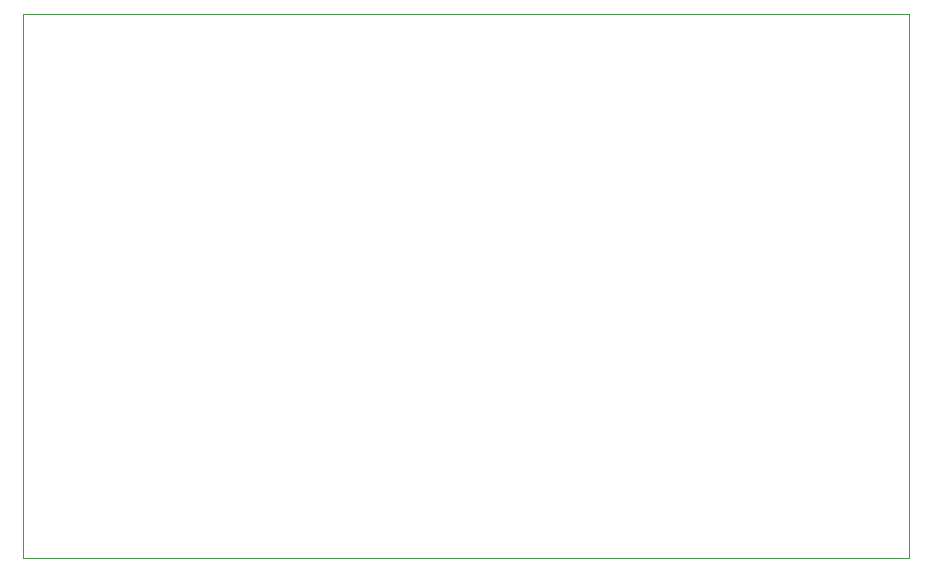
<source format=gko>
G04*
G04 #@! TF.GenerationSoftware,Altium Limited,Altium Designer,21.0.9 (235)*
G04*
G04 Layer_Color=16711935*
%FSLAX25Y25*%
%MOIN*%
G70*
G04*
G04 #@! TF.SameCoordinates,53026D08-29A5-4720-9F6D-F62647EDBEAA*
G04*
G04*
G04 #@! TF.FilePolarity,Positive*
G04*
G01*
G75*
%ADD13C,0.00394*%
D13*
X188976Y456693D02*
X484252D01*
X484252D02*
X484252Y275590D01*
X188976D02*
X484252D01*
X188976D02*
Y456693D01*
M02*

</source>
